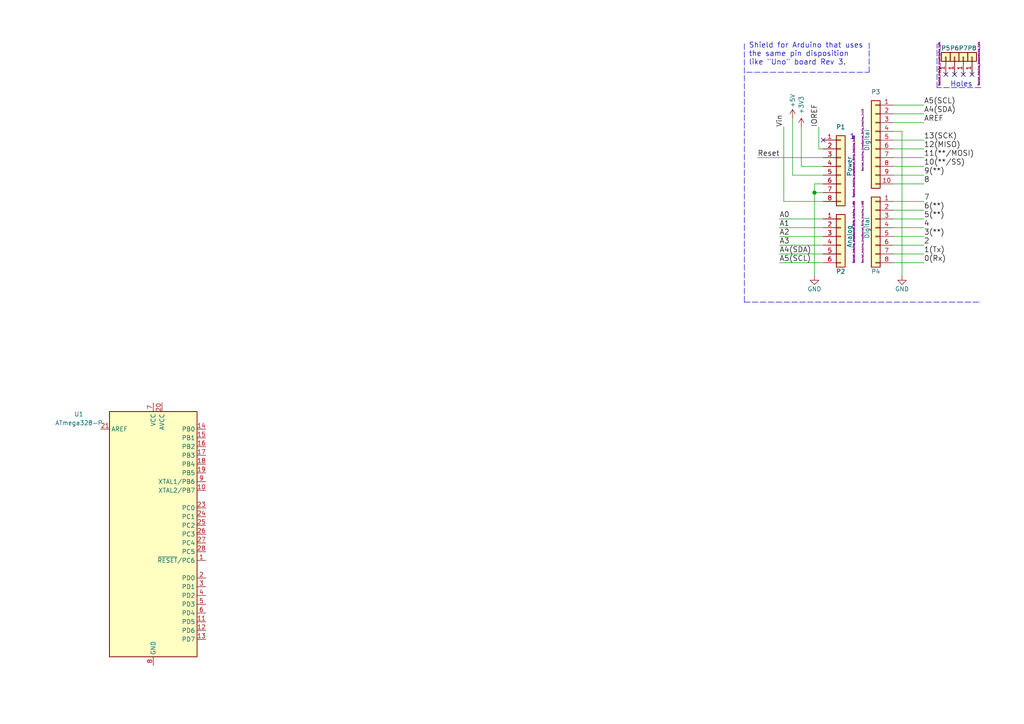
<source format=kicad_sch>
(kicad_sch (version 20211123) (generator eeschema)
  (paper "A4")
  (title_block (date "lun. 30 mars 2015"))
  (lib_symbols
    (symbol "Connector_Generic:Conn_01x01" (pin_names (offset 1.016) hide)
      (property "Reference" "J" (at 0 2.54 0))
      (property "Value" "Conn_01x01" (at 0 -2.54 0))
      (symbol "Conn_01x01_1_1"
        (rectangle (start -1.27 0.127) (end 0 -0.127) (stroke (width 0.1524)))
        (rectangle (start -1.27 1.27) (end 1.27 -1.27) (stroke (width 0.254)) (fill (type background)))
        (pin passive line (at -5.08 0 0) (length 3.81) (name "Pin_1") (number "1"))
      )
    )
    (symbol "Connector_Generic:Conn_01x06" (pin_names (offset 1.016) hide)
      (property "Reference" "J" (at 0 7.62 0))
      (property "Value" "Conn_01x06" (at 0 -10.16 0))
      (symbol "Conn_01x06_1_1"
        (rectangle (start -1.27 -7.493) (end 0 -7.747) (stroke (width 0.1524)))
        (rectangle (start -1.27 -4.953) (end 0 -5.207) (stroke (width 0.1524)))
        (rectangle (start -1.27 -2.413) (end 0 -2.667) (stroke (width 0.1524)))
        (rectangle (start -1.27 0.127) (end 0 -0.127) (stroke (width 0.1524)))
        (rectangle (start -1.27 2.667) (end 0 2.413) (stroke (width 0.1524)))
        (rectangle (start -1.27 5.207) (end 0 4.953) (stroke (width 0.1524)))
        (rectangle (start -1.27 6.35) (end 1.27 -8.89) (stroke (width 0.254)) (fill (type background)))
        (pin passive line (at -5.08 5.08 0) (length 3.81) (name "Pin_1") (number "1"))
        (pin passive line (at -5.08 2.54 0) (length 3.81) (name "Pin_2") (number "2"))
        (pin passive line (at -5.08 0 0) (length 3.81) (name "Pin_3") (number "3"))
        (pin passive line (at -5.08 -2.54 0) (length 3.81) (name "Pin_4") (number "4"))
        (pin passive line (at -5.08 -5.08 0) (length 3.81) (name "Pin_5") (number "5"))
        (pin passive line (at -5.08 -7.62 0) (length 3.81) (name "Pin_6") (number "6"))
      )
    )
    (symbol "Connector_Generic:Conn_01x08" (pin_names (offset 1.016) hide)
      (property "Reference" "J" (at 0 10.16 0))
      (property "Value" "Conn_01x08" (at 0 -12.7 0))
      (symbol "Conn_01x08_1_1"
        (rectangle (start -1.27 -10.033) (end 0 -10.287) (stroke (width 0.1524)))
        (rectangle (start -1.27 -7.493) (end 0 -7.747) (stroke (width 0.1524)))
        (rectangle (start -1.27 -4.953) (end 0 -5.207) (stroke (width 0.1524)))
        (rectangle (start -1.27 -2.413) (end 0 -2.667) (stroke (width 0.1524)))
        (rectangle (start -1.27 0.127) (end 0 -0.127) (stroke (width 0.1524)))
        (rectangle (start -1.27 2.667) (end 0 2.413) (stroke (width 0.1524)))
        (rectangle (start -1.27 5.207) (end 0 4.953) (stroke (width 0.1524)))
        (rectangle (start -1.27 7.747) (end 0 7.493) (stroke (width 0.1524)))
        (rectangle (start -1.27 8.89) (end 1.27 -11.43) (stroke (width 0.254)) (fill (type background)))
        (pin passive line (at -5.08 7.62 0) (length 3.81) (name "Pin_1") (number "1"))
        (pin passive line (at -5.08 5.08 0) (length 3.81) (name "Pin_2") (number "2"))
        (pin passive line (at -5.08 2.54 0) (length 3.81) (name "Pin_3") (number "3"))
        (pin passive line (at -5.08 0 0) (length 3.81) (name "Pin_4") (number "4"))
        (pin passive line (at -5.08 -2.54 0) (length 3.81) (name "Pin_5") (number "5"))
        (pin passive line (at -5.08 -5.08 0) (length 3.81) (name "Pin_6") (number "6"))
        (pin passive line (at -5.08 -7.62 0) (length 3.81) (name "Pin_7") (number "7"))
        (pin passive line (at -5.08 -10.16 0) (length 3.81) (name "Pin_8") (number "8"))
      )
    )
    (symbol "Connector_Generic:Conn_01x10" (pin_names (offset 1.016) hide)
      (property "Reference" "J" (at 0 12.7 0))
      (property "Value" "Conn_01x10" (at 0 -15.24 0))
      (symbol "Conn_01x10_1_1"
        (rectangle (start -1.27 -12.573) (end 0 -12.827) (stroke (width 0.1524)))
        (rectangle (start -1.27 -10.033) (end 0 -10.287) (stroke (width 0.1524)))
        (rectangle (start -1.27 -7.493) (end 0 -7.747) (stroke (width 0.1524)))
        (rectangle (start -1.27 -4.953) (end 0 -5.207) (stroke (width 0.1524)))
        (rectangle (start -1.27 -2.413) (end 0 -2.667) (stroke (width 0.1524)))
        (rectangle (start -1.27 0.127) (end 0 -0.127) (stroke (width 0.1524)))
        (rectangle (start -1.27 2.667) (end 0 2.413) (stroke (width 0.1524)))
        (rectangle (start -1.27 5.207) (end 0 4.953) (stroke (width 0.1524)))
        (rectangle (start -1.27 7.747) (end 0 7.493) (stroke (width 0.1524)))
        (rectangle (start -1.27 10.287) (end 0 10.033) (stroke (width 0.1524)))
        (rectangle (start -1.27 11.43) (end 1.27 -13.97) (stroke (width 0.254)) (fill (type background)))
        (pin passive line (at -5.08 10.16 0) (length 3.81) (name "Pin_1") (number "1"))
        (pin passive line (at -5.08 -12.7 0) (length 3.81) (name "Pin_10") (number "10"))
        (pin passive line (at -5.08 7.62 0) (length 3.81) (name "Pin_2") (number "2"))
        (pin passive line (at -5.08 5.08 0) (length 3.81) (name "Pin_3") (number "3"))
        (pin passive line (at -5.08 2.54 0) (length 3.81) (name "Pin_4") (number "4"))
        (pin passive line (at -5.08 0 0) (length 3.81) (name "Pin_5") (number "5"))
        (pin passive line (at -5.08 -2.54 0) (length 3.81) (name "Pin_6") (number "6"))
        (pin passive line (at -5.08 -5.08 0) (length 3.81) (name "Pin_7") (number "7"))
        (pin passive line (at -5.08 -7.62 0) (length 3.81) (name "Pin_8") (number "8"))
        (pin passive line (at -5.08 -10.16 0) (length 3.81) (name "Pin_9") (number "9"))
      )
    )
    (symbol "MCU_Microchip_ATmega:ATmega328-P"
      (property "Reference" "U" (at -12.7 36.83 0))
      (property "Value" "ATmega328-P" (at 2.54 -36.83 0))
      (symbol "ATmega328-P_0_1"
        (rectangle (start -12.7 -35.56) (end 12.7 35.56) (stroke (width 0.254)) (fill (type background)))
      )
      (symbol "ATmega328-P_1_1"
        (pin bidirectional line (at 15.24 -7.62 180) (length 2.54) (name "~{RESET}/PC6") (number "1"))
        (pin bidirectional line (at 15.24 12.7 180) (length 2.54) (name "XTAL2/PB7") (number "10"))
        (pin bidirectional line (at 15.24 -25.4 180) (length 2.54) (name "PD5") (number "11"))
        (pin bidirectional line (at 15.24 -27.94 180) (length 2.54) (name "PD6") (number "12"))
        (pin bidirectional line (at 15.24 -30.48 180) (length 2.54) (name "PD7") (number "13"))
        (pin bidirectional line (at 15.24 30.48 180) (length 2.54) (name "PB0") (number "14"))
        (pin bidirectional line (at 15.24 27.94 180) (length 2.54) (name "PB1") (number "15"))
        (pin bidirectional line (at 15.24 25.4 180) (length 2.54) (name "PB2") (number "16"))
        (pin bidirectional line (at 15.24 22.86 180) (length 2.54) (name "PB3") (number "17"))
        (pin bidirectional line (at 15.24 20.32 180) (length 2.54) (name "PB4") (number "18"))
        (pin bidirectional line (at 15.24 17.78 180) (length 2.54) (name "PB5") (number "19"))
        (pin bidirectional line (at 15.24 -12.7 180) (length 2.54) (name "PD0") (number "2"))
        (pin power_in line (at 2.54 38.1 270) (length 2.54) (name "AVCC") (number "20"))
        (pin passive line (at -15.24 30.48 0) (length 2.54) (name "AREF") (number "21"))
        (pin passive line (at 0 -38.1 90) (length 2.54) hide (name "GND") (number "22"))
        (pin bidirectional line (at 15.24 7.62 180) (length 2.54) (name "PC0") (number "23"))
        (pin bidirectional line (at 15.24 5.08 180) (length 2.54) (name "PC1") (number "24"))
        (pin bidirectional line (at 15.24 2.54 180) (length 2.54) (name "PC2") (number "25"))
        (pin bidirectional line (at 15.24 0 180) (length 2.54) (name "PC3") (number "26"))
        (pin bidirectional line (at 15.24 -2.54 180) (length 2.54) (name "PC4") (number "27"))
        (pin bidirectional line (at 15.24 -5.08 180) (length 2.54) (name "PC5") (number "28"))
        (pin bidirectional line (at 15.24 -15.24 180) (length 2.54) (name "PD1") (number "3"))
        (pin bidirectional line (at 15.24 -17.78 180) (length 2.54) (name "PD2") (number "4"))
        (pin bidirectional line (at 15.24 -20.32 180) (length 2.54) (name "PD3") (number "5"))
        (pin bidirectional line (at 15.24 -22.86 180) (length 2.54) (name "PD4") (number "6"))
        (pin power_in line (at 0 38.1 270) (length 2.54) (name "VCC") (number "7"))
        (pin power_in line (at 0 -38.1 90) (length 2.54) (name "GND") (number "8"))
        (pin bidirectional line (at 15.24 15.24 180) (length 2.54) (name "XTAL1/PB6") (number "9"))
      )
    )
    (symbol "power:+3.3V" (power) (pin_names (offset 0))
      (property "Value" "+3.3V" (at 0 3.556 0))
      (symbol "+3.3V_0_1"
        (polyline (pts (xy -0.762 1.27) (xy 0 2.54)))
        (polyline (pts (xy 0 0) (xy 0 2.54)))
        (polyline (pts (xy 0 2.54) (xy 0.762 1.27)))
      )
      (symbol "+3.3V_1_1"
        (pin power_in line (at 0 0 90) (length 0) hide (name "+3V3") (number "1"))
      )
    )
    (symbol "power:+5V" (power) (pin_names (offset 0))
      (property "Value" "+5V" (at 0 3.556 0))
      (symbol "+5V_0_1"
        (polyline (pts (xy -0.762 1.27) (xy 0 2.54)))
        (polyline (pts (xy 0 0) (xy 0 2.54)))
        (polyline (pts (xy 0 2.54) (xy 0.762 1.27)))
      )
      (symbol "+5V_1_1"
        (pin power_in line (at 0 0 90) (length 0) hide (name "+5V") (number "1"))
      )
    )
    (symbol "power:GND" (power) (pin_names (offset 0))
      (property "Value" "GND" (at 0 -3.81 0))
      (symbol "GND_0_1"
        (polyline (pts (xy 0 0) (xy 0 -1.27) (xy 1.27 -1.27) (xy 0 -2.54) (xy -1.27 -1.27) (xy 0 -1.27)))
      )
      (symbol "GND_1_1"
        (pin power_in line (at 0 0 270) (length 0) hide (name "GND") (number "1"))
      )
    )
  )
  (junction (at 236.22 55.88) (diameter 1.016))
  (no_connect (at 279.4 21.59))
  (no_connect (at 274.32 21.59))
  (no_connect (at 276.86 21.59))
  (no_connect (at 281.94 21.59))
  (no_connect (at 238.76 40.64))
  (wire (pts (xy 238.76 48.26) (xy 232.41 48.26)))
  (wire (pts (xy 238.76 71.12) (xy 226.06 71.12)))
  (polyline (pts (xy 252.095 20.955) (xy 252.095 12.065)) (stroke (width 0) (type dash)))
  (wire (pts (xy 259.08 63.5) (xy 267.97 63.5)))
  (wire (pts (xy 236.22 53.34) (xy 236.22 55.88)))
  (wire (pts (xy 259.08 43.18) (xy 267.97 43.18)))
  (wire (pts (xy 261.62 38.1) (xy 261.62 80.01)))
  (wire (pts (xy 238.76 53.34) (xy 236.22 53.34)))
  (wire (pts (xy 259.08 53.34) (xy 267.97 53.34)))
  (wire (pts (xy 237.49 43.18) (xy 238.76 43.18)))
  (wire (pts (xy 238.76 50.8) (xy 229.87 50.8)))
  (wire (pts (xy 259.08 40.64) (xy 267.97 40.64)))
  (wire (pts (xy 259.08 58.42) (xy 267.97 58.42)))
  (wire (pts (xy 238.76 66.04) (xy 226.06 66.04)))
  (wire (pts (xy 259.08 30.48) (xy 267.97 30.48)))
  (wire (pts (xy 259.08 71.12) (xy 267.97 71.12)))
  (wire (pts (xy 238.76 58.42) (xy 227.33 58.42)))
  (wire (pts (xy 238.76 63.5) (xy 226.06 63.5)))
  (wire (pts (xy 259.08 45.72) (xy 267.97 45.72)))
  (wire (pts (xy 238.76 73.66) (xy 226.06 73.66)))
  (polyline (pts (xy 284.48 25.4) (xy 271.78 25.4)) (stroke (width 0) (type dash)))
  (wire (pts (xy 238.76 45.72) (xy 219.71 45.72)))
  (wire (pts (xy 259.08 38.1) (xy 261.62 38.1)))
  (wire (pts (xy 238.76 55.88) (xy 236.22 55.88)))
  (wire (pts (xy 259.08 50.8) (xy 267.97 50.8)))
  (wire (pts (xy 236.22 55.88) (xy 236.22 80.01)))
  (wire (pts (xy 227.33 58.42) (xy 227.33 36.83)))
  (polyline (pts (xy 215.9 87.63) (xy 284.48 87.63)) (stroke (width 0) (type dash)))
  (wire (pts (xy 259.08 68.58) (xy 267.97 68.58)))
  (wire (pts (xy 238.76 76.2) (xy 226.06 76.2)))
  (wire (pts (xy 259.08 73.66) (xy 267.97 73.66)))
  (polyline (pts (xy 271.78 25.4) (xy 271.78 12.7)) (stroke (width 0) (type dash)))
  (wire (pts (xy 259.08 60.96) (xy 267.97 60.96)))
  (wire (pts (xy 229.87 50.8) (xy 229.87 34.29)))
  (wire (pts (xy 259.08 33.02) (xy 267.97 33.02)))
  (wire (pts (xy 259.08 66.04) (xy 267.97 66.04)))
  (wire (pts (xy 259.08 35.56) (xy 267.97 35.56)))
  (polyline (pts (xy 215.9 12.7) (xy 215.9 87.63)) (stroke (width 0) (type dash)))
  (wire (pts (xy 232.41 48.26) (xy 232.41 36.83)))
  (wire (pts (xy 237.49 36.83) (xy 237.49 43.18)))
  (wire (pts (xy 259.08 76.2) (xy 267.97 76.2)))
  (wire (pts (xy 259.08 48.26) (xy 267.97 48.26)))
  (wire (pts (xy 238.76 68.58) (xy 226.06 68.58)))
  (polyline (pts (xy 216.535 20.955) (xy 252.095 20.955)) (stroke (width 0) (type dash)))
  (text "Holes" (at 275.59 25.4 0) (effects (font (size 1.524 1.524)) (justify left bottom)))
  (text "Shield for Arduino that uses\nthe same pin disposition\nlike \"Uno\" board Rev 3." (at 217.17 19.05 0) (effects (font (size 1.524 1.524)) (justify left bottom)))
  (text "1" (at 246.38 40.64 0) (effects (font (size 1.524 1.524)) (justify left bottom)))
  (label "Vin" (at 227.33 36.83 90) (effects (font (size 1.524 1.524))))
  (label "0(Rx)" (at 267.97 76.2 0) (effects (font (size 1.524 1.524))))
  (label "A4(SDA)" (at 226.06 73.66 0) (effects (font (size 1.524 1.524))))
  (label "4" (at 267.97 66.04 0) (effects (font (size 1.524 1.524))))
  (label "5(**)" (at 267.97 63.5 0) (effects (font (size 1.524 1.524))))
  (label "A2" (at 226.06 68.58 0) (effects (font (size 1.524 1.524))))
  (label "A5(SCL)" (at 226.06 76.2 0) (effects (font (size 1.524 1.524))))
  (label "A0" (at 226.06 63.5 0) (effects (font (size 1.524 1.524))))
  (label "A1" (at 226.06 66.04 0) (effects (font (size 1.524 1.524))))
  (label "10(**/SS)" (at 267.97 48.26 0) (effects (font (size 1.524 1.524))))
  (label "13(SCK)" (at 267.97 40.64 0) (effects (font (size 1.524 1.524))))
  (label "7" (at 267.97 58.42 0) (effects (font (size 1.524 1.524))))
  (label "A4(SDA)" (at 267.97 33.02 0) (effects (font (size 1.524 1.524))))
  (label "A3" (at 226.06 71.12 0) (effects (font (size 1.524 1.524))))
  (label "Reset" (at 219.71 45.72 0) (effects (font (size 1.524 1.524))))
  (label "2" (at 267.97 71.12 0) (effects (font (size 1.524 1.524))))
  (label "12(MISO)" (at 267.97 43.18 0) (effects (font (size 1.524 1.524))))
  (label "3(**)" (at 267.97 68.58 0) (effects (font (size 1.524 1.524))))
  (label "9(**)" (at 267.97 50.8 0) (effects (font (size 1.524 1.524))))
  (label "8" (at 267.97 53.34 0) (effects (font (size 1.524 1.524))))
  (label "A5(SCL)" (at 267.97 30.48 0) (effects (font (size 1.524 1.524))))
  (label "IOREF" (at 237.49 36.83 90) (effects (font (size 1.524 1.524))))
  (label "AREF" (at 267.97 35.56 0) (effects (font (size 1.524 1.524))))
  (label "11(**/MOSI)" (at 267.97 45.72 0) (effects (font (size 1.524 1.524))))
  (label "1(Tx)" (at 267.97 73.66 0) (effects (font (size 1.524 1.524))))
  (label "6(**)" (at 267.97 60.96 0) (effects (font (size 1.524 1.524))))
  (symbol (lib_id "Connector_Generic:Conn_01x08") (at 243.84 48.26 0) (unit 1)
    (property "Reference" "P1" (at 243.84 36.83 0))
    (property "Value" "Power" (at 246.38 48.26 90))
    (property "Footprint" "Socket_Arduino_Uno:Socket_Strip_Arduino_1x08" (at 247.65 48.26 90) (effects (font (size 0.508 0.508))))
  )
  (symbol (lib_id "power:+3.3V") (at 232.41 36.83 0) (unit 1)
    (property "Reference" "#PWR01" (effects hide))
    (property "Value" "+3.3V" (at 232.41 30.48 90))
  )
  (symbol (lib_id "power:+5V") (at 229.87 34.29 0) (unit 1)
    (property "Reference" "#PWR02" (effects hide))
    (property "Value" "+5V" (at 229.87 29.21 90))
  )
  (symbol (lib_id "power:GND") (at 236.22 80.01 0) (unit 1)
    (property "Reference" "#PWR03" (effects hide))
    (property "Value" "GND" (at 236.22 83.82 0))
  )
  (symbol (lib_id "power:GND") (at 261.62 80.01 0) (unit 1)
    (property "Reference" "#PWR04" (effects hide))
    (property "Value" "GND" (at 261.62 83.82 0))
  )
  (symbol (lib_id "Connector_Generic:Conn_01x06") (at 243.84 68.58 0) (unit 1)
    (property "Reference" "P2" (at 243.84 78.74 0))
    (property "Value" "Analog" (at 246.38 68.58 90))
    (property "Footprint" "Socket_Arduino_Uno:Socket_Strip_Arduino_1x06" (at 247.65 67.31 90) (effects (font (size 0.508 0.508))))
  )
  (symbol (lib_id "Connector_Generic:Conn_01x01") (at 274.32 16.51 90) (unit 1)
    (property "Reference" "P5" (at 274.32 13.97 90))
    (property "Value" "CONN_01X01" (effects hide))
    (property "Footprint" "Socket_Arduino_Uno:Arduino_1pin" (at 272.4404 18.5166 0) (effects (font (size 0.508 0.508))))
  )
  (symbol (lib_id "Connector_Generic:Conn_01x01") (at 276.86 16.51 90) (unit 1)
    (property "Reference" "P6" (at 276.86 13.97 90))
    (property "Value" "CONN_01X01" (effects hide))
    (property "Footprint" "Socket_Arduino_Uno:Arduino_1pin" (effects hide))
  )
  (symbol (lib_id "Connector_Generic:Conn_01x01") (at 279.4 16.51 90) (unit 1)
    (property "Reference" "P7" (at 279.4 13.97 90))
    (property "Value" "CONN_01X01" (effects hide))
    (property "Footprint" "Socket_Arduino_Uno:Arduino_1pin" (effects hide))
  )
  (symbol (lib_id "Connector_Generic:Conn_01x01") (at 281.94 16.51 90) (unit 1)
    (property "Reference" "P8" (at 281.94 13.97 90))
    (property "Value" "CONN_01X01" (effects hide))
    (property "Footprint" "Socket_Arduino_Uno:Arduino_1pin" (at 283.9212 18.4404 0) (effects (font (size 0.508 0.508))))
  )
  (symbol (lib_id "Connector_Generic:Conn_01x08") (at 254 66.04 0) (mirror y) (unit 1)
    (property "Reference" "P4" (at 254 78.74 0))
    (property "Value" "Digital" (at 251.46 66.04 90))
    (property "Footprint" "Socket_Arduino_Uno:Socket_Strip_Arduino_1x08" (at 250.19 67.31 90) (effects (font (size 0.508 0.508))))
  )
  (symbol (lib_id "Connector_Generic:Conn_01x10") (at 254 40.64 0) (mirror y) (unit 1)
    (property "Reference" "P3" (at 254 26.67 0))
    (property "Value" "Digital" (at 251.46 40.64 90))
    (property "Footprint" "Socket_Arduino_Uno:Socket_Strip_Arduino_1x10" (at 250.19 40.64 90) (effects (font (size 0.508 0.508))))
  )
  (symbol (lib_id "MCU_Microchip_ATmega:ATmega328-P") (at 44.45 154.94 0) (unit 1)
    (property "Reference" "U1" (at 22.86 120.1293 0))
    (property "Value" "ATmega328-P" (at 22.86 122.6693 0))
    (property "Footprint" "Package_DIP:DIP-28_W7.62mm" (effects hide))
    (property "Datasheet" "http://ww1.microchip.com/downloads/en/DeviceDoc/ATmega328_P%20AVR%20MCU%20with%20picoPower%20Technology%20Data%20Sheet%2040001984A.pdf" (effects hide))
  )
)
</source>
